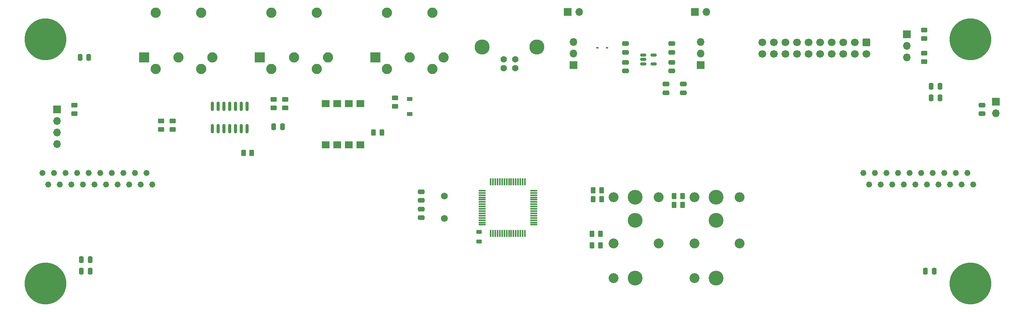
<source format=gbr>
%TF.GenerationSoftware,KiCad,Pcbnew,(6.0.6-0)*%
%TF.CreationDate,2022-07-07T15:16:10+02:00*%
%TF.ProjectId,hoatzin,686f6174-7a69-46e2-9e6b-696361645f70,rev?*%
%TF.SameCoordinates,Original*%
%TF.FileFunction,Soldermask,Top*%
%TF.FilePolarity,Negative*%
%FSLAX46Y46*%
G04 Gerber Fmt 4.6, Leading zero omitted, Abs format (unit mm)*
G04 Created by KiCad (PCBNEW (6.0.6-0)) date 2022-07-07 15:16:10*
%MOMM*%
%LPD*%
G01*
G04 APERTURE LIST*
G04 Aperture macros list*
%AMRoundRect*
0 Rectangle with rounded corners*
0 $1 Rounding radius*
0 $2 $3 $4 $5 $6 $7 $8 $9 X,Y pos of 4 corners*
0 Add a 4 corners polygon primitive as box body*
4,1,4,$2,$3,$4,$5,$6,$7,$8,$9,$2,$3,0*
0 Add four circle primitives for the rounded corners*
1,1,$1+$1,$2,$3*
1,1,$1+$1,$4,$5*
1,1,$1+$1,$6,$7*
1,1,$1+$1,$8,$9*
0 Add four rect primitives between the rounded corners*
20,1,$1+$1,$2,$3,$4,$5,0*
20,1,$1+$1,$4,$5,$6,$7,0*
20,1,$1+$1,$6,$7,$8,$9,0*
20,1,$1+$1,$8,$9,$2,$3,0*%
G04 Aperture macros list end*
%ADD10RoundRect,0.250000X0.250000X0.475000X-0.250000X0.475000X-0.250000X-0.475000X0.250000X-0.475000X0*%
%ADD11R,1.700000X1.700000*%
%ADD12O,1.700000X1.700000*%
%ADD13RoundRect,0.250000X0.262500X0.450000X-0.262500X0.450000X-0.262500X-0.450000X0.262500X-0.450000X0*%
%ADD14RoundRect,0.250000X-0.262500X-0.450000X0.262500X-0.450000X0.262500X0.450000X-0.262500X0.450000X0*%
%ADD15RoundRect,0.250000X-0.475000X0.250000X-0.475000X-0.250000X0.475000X-0.250000X0.475000X0.250000X0*%
%ADD16RoundRect,0.250000X0.450000X-0.262500X0.450000X0.262500X-0.450000X0.262500X-0.450000X-0.262500X0*%
%ADD17C,9.200000*%
%ADD18RoundRect,0.250000X-0.600000X0.600000X-0.600000X-0.600000X0.600000X-0.600000X0.600000X0.600000X0*%
%ADD19C,1.700000*%
%ADD20RoundRect,0.250000X0.475000X-0.250000X0.475000X0.250000X-0.475000X0.250000X-0.475000X-0.250000X0*%
%ADD21C,1.500000*%
%ADD22R,2.250000X2.250000*%
%ADD23C,2.250000*%
%ADD24R,0.600000X0.450000*%
%ADD25RoundRect,0.075000X-0.700000X-0.075000X0.700000X-0.075000X0.700000X0.075000X-0.700000X0.075000X0*%
%ADD26RoundRect,0.075000X-0.075000X-0.700000X0.075000X-0.700000X0.075000X0.700000X-0.075000X0.700000X0*%
%ADD27RoundRect,0.150000X-0.512500X-0.150000X0.512500X-0.150000X0.512500X0.150000X-0.512500X0.150000X0*%
%ADD28R,1.200000X0.900000*%
%ADD29RoundRect,0.250000X-0.250000X-0.475000X0.250000X-0.475000X0.250000X0.475000X-0.250000X0.475000X0*%
%ADD30RoundRect,0.250000X-0.450000X0.262500X-0.450000X-0.262500X0.450000X-0.262500X0.450000X0.262500X0*%
%ADD31RoundRect,0.218750X0.381250X-0.218750X0.381250X0.218750X-0.381250X0.218750X-0.381250X-0.218750X0*%
%ADD32RoundRect,0.150000X0.150000X-0.825000X0.150000X0.825000X-0.150000X0.825000X-0.150000X-0.825000X0*%
%ADD33R,1.780000X1.520000*%
%ADD34C,3.316000*%
%ADD35C,1.428000*%
%ADD36C,1.320800*%
%ADD37C,3.251200*%
%ADD38C,2.172000*%
G04 APERTURE END LIST*
D10*
%TO.C,C9*%
X237170000Y-72390000D03*
X235270000Y-72390000D03*
%TD*%
D11*
%TO.C,J11*%
X184597000Y-65197000D03*
D12*
X184597000Y-62657000D03*
X184597000Y-60117000D03*
%TD*%
D13*
%TO.C,R15*%
X180617500Y-95885000D03*
X178792500Y-95885000D03*
%TD*%
D14*
%TO.C,R2*%
X112752500Y-80010000D03*
X114577500Y-80010000D03*
%TD*%
D15*
%TO.C,C15*%
X178247000Y-60452000D03*
X178247000Y-62352000D03*
%TD*%
D16*
%TO.C,R6*%
X68580000Y-79295000D03*
X68580000Y-77470000D03*
%TD*%
D10*
%TO.C,C8*%
X235900000Y-110490000D03*
X234000000Y-110490000D03*
%TD*%
D17*
%TO.C,H3*%
X40640000Y-113220000D03*
%TD*%
D18*
%TO.C,J7*%
X220980000Y-60207500D03*
D19*
X220980000Y-62747500D03*
X218440000Y-60207500D03*
X218440000Y-62747500D03*
X215900000Y-60207500D03*
X215900000Y-62747500D03*
X213360000Y-60207500D03*
X213360000Y-62747500D03*
X210820000Y-60207500D03*
X210820000Y-62747500D03*
X208280000Y-60207500D03*
X208280000Y-62747500D03*
X205740000Y-60207500D03*
X205740000Y-62747500D03*
X203200000Y-60207500D03*
X203200000Y-62747500D03*
X200660000Y-60207500D03*
X200660000Y-62747500D03*
X198120000Y-60207500D03*
X198120000Y-62747500D03*
%TD*%
D20*
%TO.C,C11*%
X176977000Y-71242000D03*
X176977000Y-69342000D03*
%TD*%
D21*
%TO.C,e1*%
X128270000Y-93979998D03*
X128270000Y-98859998D03*
%TD*%
D20*
%TO.C,C12*%
X168087000Y-62352000D03*
X168087000Y-60452000D03*
%TD*%
D15*
%TO.C,C13*%
X168087000Y-64582000D03*
X168087000Y-66482000D03*
%TD*%
D22*
%TO.C,J4*%
X62350000Y-63529000D03*
D23*
X69850000Y-63529000D03*
X77350000Y-63529000D03*
X64850000Y-66029000D03*
X74850000Y-66029000D03*
X64850000Y-53629000D03*
X74850000Y-53629000D03*
%TD*%
D20*
%TO.C,C10*%
X180787000Y-71242000D03*
X180787000Y-69342000D03*
%TD*%
D16*
%TO.C,R5*%
X90805000Y-74572500D03*
X90805000Y-72747500D03*
%TD*%
D11*
%TO.C,J16*%
X249450000Y-73210000D03*
D12*
X249450000Y-75750000D03*
%TD*%
D24*
%TO.C,D2*%
X164057000Y-61402000D03*
X161957000Y-61402000D03*
%TD*%
D16*
%TO.C,R18*%
X233680000Y-64412500D03*
X233680000Y-62587500D03*
%TD*%
D17*
%TO.C,H1*%
X40640000Y-59500000D03*
%TD*%
D25*
%TO.C,U1*%
X136565000Y-92770000D03*
X136565000Y-93270000D03*
X136565000Y-93770000D03*
X136565000Y-94270000D03*
X136565000Y-94770000D03*
X136565000Y-95270000D03*
X136565000Y-95770000D03*
X136565000Y-96270000D03*
X136565000Y-96770000D03*
X136565000Y-97270000D03*
X136565000Y-97770000D03*
X136565000Y-98270000D03*
X136565000Y-98770000D03*
X136565000Y-99270000D03*
X136565000Y-99770000D03*
X136565000Y-100270000D03*
D26*
X138490000Y-102195000D03*
X138990000Y-102195000D03*
X139490000Y-102195000D03*
X139990000Y-102195000D03*
X140490000Y-102195000D03*
X140990000Y-102195000D03*
X141490000Y-102195000D03*
X141990000Y-102195000D03*
X142490000Y-102195000D03*
X142990000Y-102195000D03*
X143490000Y-102195000D03*
X143990000Y-102195000D03*
X144490000Y-102195000D03*
X144990000Y-102195000D03*
X145490000Y-102195000D03*
X145990000Y-102195000D03*
D25*
X147915000Y-100270000D03*
X147915000Y-99770000D03*
X147915000Y-99270000D03*
X147915000Y-98770000D03*
X147915000Y-98270000D03*
X147915000Y-97770000D03*
X147915000Y-97270000D03*
X147915000Y-96770000D03*
X147915000Y-96270000D03*
X147915000Y-95770000D03*
X147915000Y-95270000D03*
X147915000Y-94770000D03*
X147915000Y-94270000D03*
X147915000Y-93770000D03*
X147915000Y-93270000D03*
X147915000Y-92770000D03*
D26*
X145990000Y-90845000D03*
X145490000Y-90845000D03*
X144990000Y-90845000D03*
X144490000Y-90845000D03*
X143990000Y-90845000D03*
X143490000Y-90845000D03*
X142990000Y-90845000D03*
X142490000Y-90845000D03*
X141990000Y-90845000D03*
X141490000Y-90845000D03*
X140990000Y-90845000D03*
X140490000Y-90845000D03*
X139990000Y-90845000D03*
X139490000Y-90845000D03*
X138990000Y-90845000D03*
X138490000Y-90845000D03*
%TD*%
D11*
%TO.C,J10*%
X229870000Y-58435000D03*
D12*
X229870000Y-60975000D03*
X229870000Y-63515000D03*
%TD*%
D27*
%TO.C,U4*%
X172029500Y-62992000D03*
X172029500Y-63942000D03*
X172029500Y-64892000D03*
X174304500Y-64892000D03*
X174304500Y-62992000D03*
%TD*%
D15*
%TO.C,C16*%
X246380000Y-73980000D03*
X246380000Y-75880000D03*
%TD*%
D17*
%TO.C,H2*%
X243840000Y-113220000D03*
%TD*%
D11*
%TO.C,J14*%
X156657000Y-65212000D03*
D12*
X156657000Y-62672000D03*
X156657000Y-60132000D03*
%TD*%
D28*
%TO.C,D1*%
X120650000Y-75945000D03*
X120650000Y-72645000D03*
%TD*%
D11*
%TO.C,J13*%
X183327000Y-53462000D03*
D12*
X185867000Y-53462000D03*
%TD*%
D16*
%TO.C,R7*%
X93345000Y-74572500D03*
X93345000Y-72747500D03*
%TD*%
D13*
%TO.C,R3*%
X86002500Y-84455000D03*
X84177500Y-84455000D03*
%TD*%
D10*
%TO.C,C5*%
X237170000Y-69850000D03*
X235270000Y-69850000D03*
%TD*%
D13*
%TO.C,R13*%
X162560000Y-104775000D03*
X160735000Y-104775000D03*
%TD*%
D16*
%TO.C,R1*%
X117475000Y-74215000D03*
X117475000Y-72390000D03*
%TD*%
D29*
%TO.C,C7*%
X48580000Y-110490000D03*
X50480000Y-110490000D03*
%TD*%
D14*
%TO.C,R10*%
X161012500Y-92710000D03*
X162837500Y-92710000D03*
%TD*%
D17*
%TO.C,H4*%
X243840000Y-59500000D03*
%TD*%
D13*
%TO.C,R11*%
X162837500Y-94615000D03*
X161012500Y-94615000D03*
%TD*%
D20*
%TO.C,C14*%
X178247000Y-66482000D03*
X178247000Y-64582000D03*
%TD*%
D30*
%TO.C,R19*%
X233680000Y-57507500D03*
X233680000Y-59332500D03*
%TD*%
D31*
%TO.C,FB1*%
X135890000Y-103932500D03*
X135890000Y-101807500D03*
%TD*%
D14*
%TO.C,R12*%
X160735000Y-102235000D03*
X162560000Y-102235000D03*
%TD*%
D16*
%TO.C,R4*%
X66040000Y-79295000D03*
X66040000Y-77470000D03*
%TD*%
D29*
%TO.C,C4*%
X48580000Y-107950000D03*
X50480000Y-107950000D03*
%TD*%
D32*
%TO.C,U3*%
X77343000Y-79183000D03*
X78613000Y-79183000D03*
X79883000Y-79183000D03*
X81153000Y-79183000D03*
X82423000Y-79183000D03*
X83693000Y-79183000D03*
X84963000Y-79183000D03*
X84963000Y-74233000D03*
X83693000Y-74233000D03*
X82423000Y-74233000D03*
X81153000Y-74233000D03*
X79883000Y-74233000D03*
X78613000Y-74233000D03*
X77343000Y-74233000D03*
%TD*%
D22*
%TO.C,J3*%
X113150000Y-63529000D03*
D23*
X120650000Y-63529000D03*
X128150000Y-63529000D03*
X115650000Y-66029000D03*
X125650000Y-66029000D03*
X115650000Y-53629000D03*
X125650000Y-53629000D03*
%TD*%
D11*
%TO.C,J12*%
X155387000Y-53462000D03*
D12*
X157927000Y-53462000D03*
%TD*%
D14*
%TO.C,R14*%
X178792500Y-93980000D03*
X180617500Y-93980000D03*
%TD*%
D20*
%TO.C,C2*%
X123189998Y-94930000D03*
X123189998Y-93030000D03*
%TD*%
D29*
%TO.C,C6*%
X48260000Y-63500000D03*
X50160000Y-63500000D03*
%TD*%
D15*
%TO.C,C3*%
X123189998Y-96840000D03*
X123189998Y-98740000D03*
%TD*%
D33*
%TO.C,U2*%
X109855000Y-73660000D03*
X107315000Y-73660000D03*
X104775000Y-73660000D03*
X102235000Y-73660000D03*
X102235000Y-82670000D03*
X104775000Y-82670000D03*
X107315000Y-82670000D03*
X109855000Y-82670000D03*
%TD*%
D29*
%TO.C,C1*%
X90810000Y-78740000D03*
X92710000Y-78740000D03*
%TD*%
D34*
%TO.C,J6*%
X136601000Y-61176000D03*
X148641000Y-61176000D03*
D35*
X141371000Y-65886000D03*
X143871000Y-65886000D03*
X143871000Y-63886000D03*
X141371000Y-63886000D03*
%TD*%
D22*
%TO.C,J5*%
X87750000Y-63529000D03*
D23*
X95250000Y-63529000D03*
X102750000Y-63529000D03*
X90250000Y-66029000D03*
X100250000Y-66029000D03*
X90250000Y-53629000D03*
X100250000Y-53629000D03*
%TD*%
D30*
%TO.C,R20*%
X46990000Y-74017500D03*
X46990000Y-75842500D03*
%TD*%
D36*
%TO.C,J2*%
X220345000Y-88900000D03*
X221615000Y-91440000D03*
X222885000Y-88900000D03*
X224155000Y-91440000D03*
X225425000Y-88900000D03*
X226695000Y-91440000D03*
X227965000Y-88900000D03*
X229235000Y-91440000D03*
X230505000Y-88900000D03*
X231775000Y-91440000D03*
X233045000Y-88900000D03*
X234315000Y-91440000D03*
X235585000Y-88900000D03*
X236855000Y-91440000D03*
X238125000Y-88900000D03*
X239395000Y-91440000D03*
X240665000Y-88900000D03*
X241935000Y-91440000D03*
X243205000Y-88900000D03*
X244475000Y-91440000D03*
%TD*%
D37*
%TO.C,J9*%
X187960000Y-99263000D03*
X187960000Y-94183000D03*
X187960000Y-111963000D03*
D38*
X183210000Y-104343000D03*
X193116000Y-104343000D03*
X183210000Y-111963000D03*
X183210000Y-94183000D03*
X193116000Y-94183000D03*
%TD*%
D37*
%TO.C,J8*%
X170240000Y-99263000D03*
X170240000Y-111963000D03*
X170240000Y-94183000D03*
D38*
X165490000Y-104343000D03*
X175396000Y-104343000D03*
X165490000Y-111963000D03*
X165490000Y-94183000D03*
X175396000Y-94183000D03*
%TD*%
D11*
%TO.C,J15*%
X43180000Y-74930000D03*
D12*
X43180000Y-77470000D03*
X43180000Y-80010000D03*
X43180000Y-82550000D03*
%TD*%
D36*
%TO.C,J1*%
X40005000Y-88900000D03*
X41275000Y-91440000D03*
X42545000Y-88900000D03*
X43815000Y-91440000D03*
X45085000Y-88900000D03*
X46355000Y-91440000D03*
X47625000Y-88900000D03*
X48895000Y-91440000D03*
X50165000Y-88900000D03*
X51435000Y-91440000D03*
X52705000Y-88900000D03*
X53975000Y-91440000D03*
X55245000Y-88900000D03*
X56515000Y-91440000D03*
X57785000Y-88900000D03*
X59055000Y-91440000D03*
X60325000Y-88900000D03*
X61595000Y-91440000D03*
X62865000Y-88900000D03*
X64135000Y-91440000D03*
%TD*%
M02*

</source>
